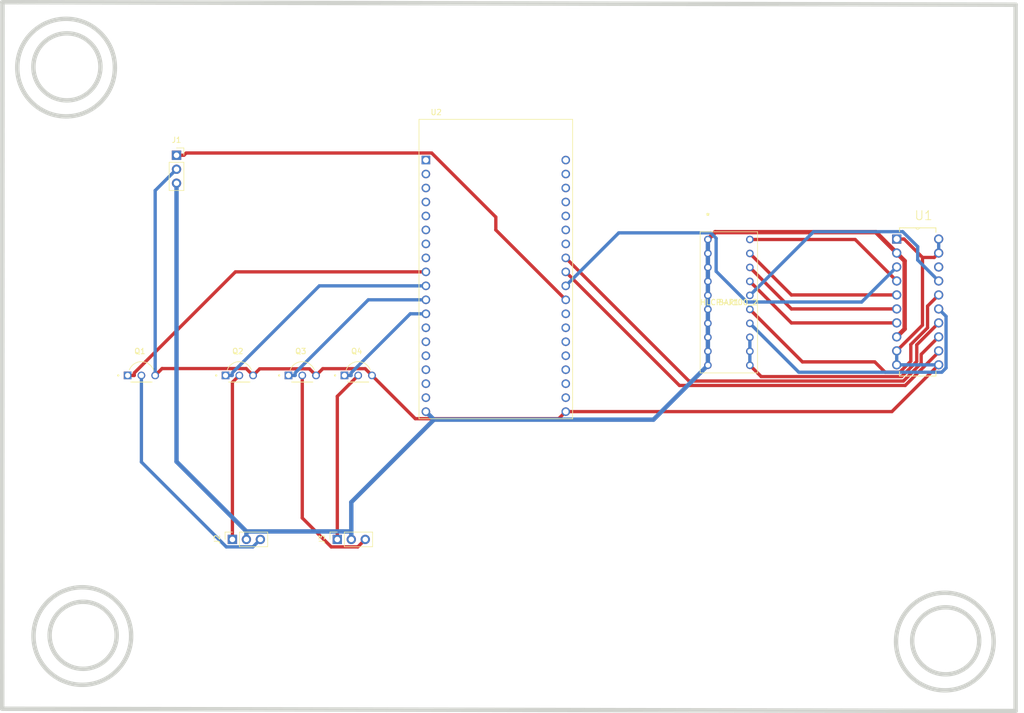
<source format=kicad_pcb>
(kicad_pcb (version 20211014) (generator pcbnew)
  (layers (0 "F.Cu" signal) (31 "B.Cu" signal) (34 "B.Paste" user) (35 "F.Paste" user) (36 "B.SilkS" user "B.Silkscreen") (37 "F.SilkS" user "F.Silkscreen") (38 "B.Mask" user) (39 "F.Mask" user) (44 "Edge.Cuts" user))
  (net 0 "")
  (net 1 "Net-(BAR1-Pad20)")
  (net 2 "Net-(BAR1-Pad19)")
  (net 3 "Net-(BAR1-Pad18)")
  (net 4 "Net-(BAR1-Pad17)")
  (net 5 "Net-(BAR1-Pad16)")
  (net 6 "Net-(BAR1-Pad15)")
  (net 7 "Net-(BAR1-Pad14)")
  (net 8 "Net-(BAR1-Pad11)")
  (net 9 "+5V")
  (net 10 "GND")
  (net 11 "Net-(J1-Pad1)")
  (net 12 "Net-(J2-Pad3)")
  (net 13 "Net-(J2-Pad1)")
  (net 14 "Net-(J3-Pad3)")
  (net 15 "Net-(J3-Pad1)")
  (net 16 "Net-(Q1-Pad1)")
  (net 17 "Net-(Q2-Pad1)")
  (net 18 "Net-(Q3-Pad1)")
  (net 19 "Net-(Q4-Pad1)")
  (net 20 "Net-(U1-Pad13)")
  (net 21 "Net-(U1-Pad12)")
  (net 22 "Net-(U1-Pad3)")
  (footprint "Connector_PinSocket_2.54mm:PinSocket_1x03_P2.54mm_Vertical" (layer "F.Cu") (at 85.105 133.325 90)
    (fp_text reference "J2" (at 0 -2.77 90) (layer "F.SilkS"))
    (fp_text value "Conn_01x03_Female")
    (fp_line (start 1.33 -1.33) (end 1.33 0) (layer "F.SilkS") (width 0.12))
    (fp_line (start -1.33 1.27) (end 1.33 1.27) (layer "F.SilkS") (width 0.12))
    (fp_line (start -1.33 6.41) (end 1.33 6.41) (layer "F.SilkS") (width 0.12))
    (fp_line (start 1.33 1.27) (end 1.33 6.41) (layer "F.SilkS") (width 0.12))
    (fp_line (start -1.33 1.27) (end -1.33 6.41) (layer "F.SilkS") (width 0.12))
    (fp_line (start 0 -1.33) (end 1.33 -1.33) (layer "F.SilkS") (width 0.12))
    (pad "1" thru_hole rect (at 0 0 90) (size 1.7 1.7) (drill 1) (layers *.Cu *.Mask) (net 13 "Net-(J2-Pad1)"))
    (pad "2" thru_hole oval (at 0 2.54 90) (size 1.7 1.7) (drill 1) (layers *.Cu *.Mask) (net 9 "+5V"))
    (pad "3" thru_hole oval (at 0 5.08 90) (size 1.7 1.7) (drill 1) (layers *.Cu *.Mask) (net 12 "Net-(J2-Pad3)"))
  )
  (footprint "tpi:DIP254P762X508-20" (layer "F.Cu") (at 213.36 101.6)
    (fp_text reference "U1" (at -2.7442 -27.13708) (layer "F.SilkS") (effects (font (size 1.640598 1.640598))))
    (fp_text value "TPIC6B595N")
    (fp_line (start -3.5052 -24.892) (end -4.1148 -24.892) (layer "F.SilkS") (width 0.1524))
    (fp_line (start -0.508 2.032) (end -0.508 1.2192) (layer "F.SilkS") (width 0.1524))
    (fp_line (start -7.112 -24.892) (end -7.112 -24.1808) (layer "F.SilkS") (width 0.1524))
    (fp_line (start -4.1148 -24.892) (end -7.112 -24.892) (layer "F.SilkS") (width 0.1524))
    (fp_line (start -0.508 -24.892) (end -3.5052 -24.892) (layer "F.SilkS") (width 0.1524))
    (fp_line (start -7.112 2.032) (end -0.508 2.032) (layer "F.SilkS") (width 0.1524))
    (fp_line (start -0.508 -24.0792) (end -0.508 -24.892) (layer "F.SilkS") (width 0.1524))
    (fp_line (start -7.112 1.2192) (end -7.112 2.032) (layer "F.SilkS") (width 0.1524))
    (fp_arc (start -3.5052 -24.892) (mid -3.81 -24.5872) (end -4.1148 -24.892) (layer "F.SilkS") (width 0.1))
    (pad "1" thru_hole rect locked (at -7.62 -22.86) (size 1.6764 1.6764) (drill 1.1176) (layers *.Cu *.Mask) (net 10 "GND"))
    (pad "2" thru_hole circle locked (at -7.62 -20.32) (size 1.6764 1.6764) (drill 1.1176) (layers *.Cu *.Mask) (net 9 "+5V"))
    (pad "3" thru_hole circle locked (at -7.62 -17.78) (size 1.6764 1.6764) (drill 1.1176) (layers *.Cu *.Mask) (net 22 "Net-(U1-Pad3)"))
    (pad "4" thru_hole circle locked (at -7.62 -15.24) (size 1.6764 1.6764) (drill 1.1176) (layers *.Cu *.Mask) (net 1 "Net-(BAR1-Pad20)"))
    (pad "5" thru_hole circle locked (at -7.62 -12.7) (size 1.6764 1.6764) (drill 1.1176) (layers *.Cu *.Mask) (net 2 "Net-(BAR1-Pad19)"))
    (pad "6" thru_hole circle locked (at -7.62 -10.16) (size 1.6764 1.6764) (drill 1.1176) (layers *.Cu *.Mask) (net 3 "Net-(BAR1-Pad18)"))
    (pad "7" thru_hole circle locked (at -7.62 -7.62) (size 1.6764 1.6764) (drill 1.1176) (layers *.Cu *.Mask) (net 4 "Net-(BAR1-Pad17)"))
    (pad "8" thru_hole circle locked (at -7.62 -5.08) (size 1.6764 1.6764) (drill 1.1176) (layers *.Cu *.Mask) (net 9 "+5V"))
    (pad "9" thru_hole circle locked (at -7.62 -2.54) (size 1.6764 1.6764) (drill 1.1176) (layers *.Cu *.Mask) (net 10 "GND"))
    (pad "10" thru_hole circle locked (at -7.62 0) (size 1.6764 1.6764) (drill 1.1176) (layers *.Cu *.Mask) (net 10 "GND"))
    (pad "11" thru_hole circle locked (at 0 0) (size 1.6764 1.6764) (drill 1.1176) (layers *.Cu *.Mask) (net 10 "GND"))
    (pad "12" thru_hole circle locked (at 0 -2.54) (size 1.6764 1.6764) (drill 1.1176) (layers *.Cu *.Mask) (net 21 "Net-(U1-Pad12)"))
    (pad "13" thru_hole circle locked (at 0 -5.08) (size 1.6764 1.6764) (drill 1.1176) (layers *.Cu *.Mask) (net 20 "Net-(U1-Pad13)"))
    (pad "14" thru_hole circle locked (at 0 -7.62) (size 1.6764 1.6764) (drill 1.1176) (layers *.Cu *.Mask) (net 8 "Net-(BAR1-Pad11)"))
    (pad "15" thru_hole circle locked (at 0 -10.16) (size 1.6764 1.6764) (drill 1.1176) (layers *.Cu *.Mask) (net 7 "Net-(BAR1-Pad14)"))
    (pad "16" thru_hole circle locked (at 0 -12.7) (size 1.6764 1.6764) (drill 1.1176) (layers *.Cu *.Mask) (net 6 "Net-(BAR1-Pad15)"))
    (pad "17" thru_hole circle locked (at 0 -15.24) (size 1.6764 1.6764) (drill 1.1176) (layers *.Cu *.Mask) (net 5 "Net-(BAR1-Pad16)"))
    (pad "18" thru_hole circle locked (at 0 -17.78) (size 1.6764 1.6764) (drill 1.1176) (layers *.Cu *.Mask))
    (pad "19" thru_hole circle locked (at 0 -20.32) (size 1.6764 1.6764) (drill 1.1176) (layers *.Cu *.Mask) (net 10 "GND"))
    (pad "20" thru_hole circle locked (at 0 -22.86) (size 1.6764 1.6764) (drill 1.1176) (layers *.Cu *.Mask) (net 10 "GND"))
  )
  (footprint "npn:TO92250P510H770-3" (layer "F.Cu") (at 68.58 102.87)
    (fp_text reference "Q1" (at -0.275 -3.735) (layer "F.SilkS"))
    (fp_text value "Q_NPN_BCE")
    (fp_line (start -1.92354 1.85) (end 1.92354 1.85) (layer "F.SilkS") (width 0.127))
    (fp_line (start -1.92354 1.85) (end 1.92354 1.85) (layer "F.SilkS") (width 0.127))
    (fp_arc (start -2.18501 -0.365001) (mid 0 -1.850002) (end 2.18501 -0.365) (layer "F.SilkS") (width 0.127))
    (fp_circle (center -4.2 0.655) (end -4.1 0.655) (layer "F.SilkS") (width 0.2) (fill none))
    (pad "1" thru_hole rect locked (at -2.5 0.655) (size 1.4 1.4) (drill 0.93) (layers *.Cu *.Mask) (net 16 "Net-(Q1-Pad1)"))
    (pad "2" thru_hole circle locked (at 0 0.655) (size 1.4 1.4) (drill 0.93) (layers *.Cu *.Mask) (net 12 "Net-(J2-Pad3)"))
    (pad "3" thru_hole circle locked (at 2.5 0.655) (size 1.4 1.4) (drill 0.93) (layers *.Cu *.Mask) (net 10 "GND"))
  )
  (footprint "npn:TO92250P510H770-3" (layer "F.Cu") (at 97.79 102.87)
    (fp_text reference "Q3" (at -0.275 -3.735) (layer "F.SilkS"))
    (fp_text value "Q_NPN_BCE")
    (fp_line (start -1.92354 1.85) (end 1.92354 1.85) (layer "F.SilkS") (width 0.127))
    (fp_line (start -1.92354 1.85) (end 1.92354 1.85) (layer "F.SilkS") (width 0.127))
    (fp_arc (start -2.18501 -0.365001) (mid 0 -1.850002) (end 2.18501 -0.365) (layer "F.SilkS") (width 0.127))
    (fp_circle (center -4.2 0.655) (end -4.1 0.655) (layer "F.SilkS") (width 0.2) (fill none))
    (pad "1" thru_hole rect locked (at -2.5 0.655) (size 1.4 1.4) (drill 0.93) (layers *.Cu *.Mask) (net 18 "Net-(Q3-Pad1)"))
    (pad "2" thru_hole circle locked (at 0 0.655) (size 1.4 1.4) (drill 0.93) (layers *.Cu *.Mask) (net 14 "Net-(J3-Pad3)"))
    (pad "3" thru_hole circle locked (at 2.5 0.655) (size 1.4 1.4) (drill 0.93) (layers *.Cu *.Mask) (net 10 "GND"))
  )
  (footprint "Connector_PinSocket_2.54mm:PinSocket_1x03_P2.54mm_Vertical" (layer "F.Cu") (at 74.955 63.515)
    (fp_text reference "J1" (at 0 -2.77) (layer "F.SilkS"))
    (fp_text value "Conn_01x03_Female")
    (fp_line (start 1.33 -1.33) (end 1.33 0) (layer "F.SilkS") (width 0.12))
    (fp_line (start -1.33 1.27) (end 1.33 1.27) (layer "F.SilkS") (width 0.12))
    (fp_line (start 0 -1.33) (end 1.33 -1.33) (layer "F.SilkS") (width 0.12))
    (fp_line (start -1.33 1.27) (end -1.33 6.41) (layer "F.SilkS") (width 0.12))
    (fp_line (start -1.33 6.41) (end 1.33 6.41) (layer "F.SilkS") (width 0.12))
    (fp_line (start 1.33 1.27) (end 1.33 6.41) (layer "F.SilkS") (width 0.12))
    (pad "1" thru_hole rect (at 0 0) (size 1.7 1.7) (drill 1) (layers *.Cu *.Mask) (net 11 "Net-(J1-Pad1)"))
    (pad "2" thru_hole oval (at 0 2.54) (size 1.7 1.7) (drill 1) (layers *.Cu *.Mask) (net 10 "GND"))
    (pad "3" thru_hole oval (at 0 5.08) (size 1.7 1.7) (drill 1) (layers *.Cu *.Mask) (net 9 "+5V"))
  )
  (footprint "esp:MODULE_ESP32-DEVKITC-32D" (layer "F.Cu") (at 132.939 84.144)
    (fp_text reference "U2" (at -10.829175 -28.446045) (layer "F.SilkS") (effects (font (size 1.000386 1.000386))))
    (fp_text value "ESP32-DEVKITC")
    (fp_line (start 13.95 -27.15) (end 13.95 27.25) (layer "F.SilkS") (width 0.127))
    (fp_line (start 13.95 27.25) (end -13.95 27.25) (layer "F.SilkS") (width 0.127))
    (fp_line (start -13.95 -27.15) (end 13.95 -27.15) (layer "F.SilkS") (width 0.127))
    (fp_line (start -13.95 27.25) (end -13.95 -27.15) (layer "F.SilkS") (width 0.127))
    (pad "1" thru_hole rect locked (at -12.7 -19.76) (size 1.56 1.56) (drill 1.04) (layers *.Cu *.Mask))
    (pad "2" thru_hole circle locked (at -12.7 -17.22) (size 1.56 1.56) (drill 1.04) (layers *.Cu *.Mask))
    (pad "3" thru_hole circle locked (at -12.7 -14.68) (size 1.56 1.56) (drill 1.04) (layers *.Cu *.Mask))
    (pad "4" thru_hole circle locked (at -12.7 -12.14) (size 1.56 1.56) (drill 1.04) (layers *.Cu *.Mask))
    (pad "5" thru_hole circle locked (at -12.7 -9.6) (size 1.56 1.56) (drill 1.04) (layers *.Cu *.Mask))
    (pad "6" thru_hole circle locked (at -12.7 -7.06) (size 1.56 1.56) (drill 1.04) (layers *.Cu *.Mask))
    (pad "7" thru_hole circle locked (at -12.7 -4.52) (size 1.56 1.56) (drill 1.04) (layers *.Cu *.Mask))
    (pad "8" thru_hole circle locked (at -12.7 -1.98) (size 1.56 1.56) (drill 1.04) (layers *.Cu *.Mask))
    (pad "9" thru_hole circle locked (at -12.7 0.56) (size 1.56 1.56) (drill 1.04) (layers *.Cu *.Mask) (net 16 "Net-(Q1-Pad1)"))
    (pad "10" thru_hole circle locked (at -12.7 3.1) (size 1.56 1.56) (drill 1.04) (layers *.Cu *.Mask) (net 17 "Net-(Q2-Pad1)"))
    (pad "11" thru_hole circle locked (at -12.7 5.64) (size 1.56 1.56) (drill 1.04) (layers *.Cu *.Mask) (net 18 "Net-(Q3-Pad1)"))
    (pad "12" thru_hole circle locked (at -12.7 8.18) (size 1.56 1.56) (drill 1.04) (layers *.Cu *.Mask) (net 19 "Net-(Q4-Pad1)"))
    (pad "13" thru_hole circle locked (at -12.7 10.72) (size 1.56 1.56) (drill 1.04) (layers *.Cu *.Mask))
    (pad "14" thru_hole circle locked (at -12.7 13.26) (size 1.56 1.56) (drill 1.04) (layers *.Cu *.Mask))
    (pad "15" thru_hole circle locked (at -12.7 15.8) (size 1.56 1.56) (drill 1.04) (layers *.Cu *.Mask))
    (pad "16" thru_hole circle locked (at -12.7 18.34) (size 1.56 1.56) (drill 1.04) (layers *.Cu *.Mask))
    (pad "17" thru_hole circle locked (at -12.7 20.88) (size 1.56 1.56) (drill 1.04) (layers *.Cu *.Mask))
    (pad "18" thru_hole circle locked (at -12.7 23.42) (size 1.56 1.56) (drill 1.04) (layers *.Cu *.Mask))
    (pad "19" thru_hole circle locked (at -12.7 25.96) (size 1.56 1.56) (drill 1.04) (layers *.Cu *.Mask) (net 9 "+5V"))
    (pad "20" thru_hole circle locked (at 12.7 -19.76) (size 1.56 1.56) (drill 1.04) (layers *.Cu *.Mask))
    (pad "21" thru_hole circle locked (at 12.7 -17.22) (size 1.56 1.56) (drill 1.04) (layers *.Cu *.Mask))
    (pad "22" thru_hole circle locked (at 12.7 -14.68) (size 1.56 1.56) (drill 1.04) (layers *.Cu *.Mask))
    (pad "23" thru_hole circle locked (at 12.7 -12.14) (size 1.56 1.56) (drill 1.04) (layers *.Cu *.Mask))
    (pad "24" thru_hole circle locked (at 12.7 -9.6) (size 1.56 1.56) (drill 1.04) (layers *.Cu *.Mask))
    (pad "25" thru_hole circle locked (at 12.7 -7.06) (size 1.56 1.56) (drill 1.04) (layers *.Cu *.Mask))
    (pad "26" thru_hole circle locked (at 12.7 -4.52) (size 1.56 1.56) (drill 1.04) (layers *.Cu *.Mask))
    (pad "27" thru_hole circle locked (at 12.7 -1.98) (size 1.56 1.56) (drill 1.04) (layers *.Cu *.Mask) (net 20 "Net-(U1-Pad13)"))
    (pad "28" thru_hole circle locked (at 12.7 0.56) (size 1.56 1.56) (drill 1.04) (layers *.Cu *.Mask) (net 21 "Net-(U1-Pad12)"))
    (pad "29" thru_hole circle locked (at 12.7 3.1) (size 1.56 1.56) (drill 1.04) (layers *.Cu *.Mask) (net 22 "Net-(U1-Pad3)"))
    (pad "30" thru_hole circle locked (at 12.7 5.64) (size 1.56 1.56) (drill 1.04) (layers *.Cu *.Mask) (net 11 "Net-(J1-Pad1)"))
    (pad "31" thru_hole circle locked (at 12.7 8.18) (size 1.56 1.56) (drill 1.04) (layers *.Cu *.Mask))
    (pad "32" thru_hole circle locked (at 12.7 10.72) (size 1.56 1.56) (drill 1.04) (layers *.Cu *.Mask))
    (pad "33" thru_hole circle locked (at 12.7 13.26) (size 1.56 1.56) (drill 1.04) (layers *.Cu *.Mask))
    (pad "34" thru_hole circle locked (at 12.7 15.8) (size 1.56 1.56) (drill 1.04) (layers *.Cu *.Mask))
    (pad "35" thru_hole circle locked (at 12.7 18.34) (size 1.56 1.56) (drill 1.04) (layers *.Cu *.Mask))
    (pad "36" thru_hole circle locked (at 12.7 20.88) (size 1.56 1.56) (drill 1.04) (layers *.Cu *.Mask))
    (pad "37" thru_hole circle locked (at 12.7 23.42) (size 1.56 1.56) (drill 1.04) (layers *.Cu *.Mask))
    (pad "38" thru_hole circle locked (at 12.7 25.96) (size 1.56 1.56) (drill 1.04) (layers *.Cu *.Mask) (net 10 "GND"))
  )
  (footprint "npn:TO92250P510H770-3" (layer "F.Cu") (at 107.95 102.87)
    (fp_text reference "Q4" (at -0.275 -3.735) (layer "F.SilkS"))
    (fp_text value "Q_NPN_BCE")
    (fp_line (start -1.92354 1.85) (end 1.92354 1.85) (layer "F.SilkS") (width 0.127))
    (fp_line (start -1.92354 1.85) (end 1.92354 1.85) (layer "F.SilkS") (width 0.127))
    (fp_arc (start -2.18501 -0.365001) (mid 0 -1.850002) (end 2.18501 -0.365) (layer "F.SilkS") (width 0.127))
    (fp_circle (center -4.2 0.655) (end -4.1 0.655) (layer "F.SilkS") (width 0.2) (fill none))
    (pad "1" thru_hole rect locked (at -2.5 0.655) (size 1.4 1.4) (drill 0.93) (layers *.Cu *.Mask) (net 19 "Net-(Q4-Pad1)"))
    (pad "2" thru_hole circle locked (at 0 0.655) (size 1.4 1.4) (drill 0.93) (layers *.Cu *.Mask) (net 15 "Net-(J3-Pad1)"))
    (pad "3" thru_hole circle locked (at 2.5 0.655) (size 1.4 1.4) (drill 0.93) (layers *.Cu *.Mask) (net 10 "GND"))
  )
  (footprint "npn:TO92250P510H770-3" (layer "F.Cu") (at 86.36 102.87)
    (fp_text reference "Q2" (at -0.275 -3.735) (layer "F.SilkS"))
    (fp_text value "Q_NPN_BCE")
    (fp_line (start -1.92354 1.85) (end 1.92354 1.85) (layer "F.SilkS") (width 0.127))
    (fp_line (start -1.92354 1.85) (end 1.92354 1.85) (layer "F.SilkS") (width 0.127))
    (fp_arc (start -2.18501 -0.365001) (mid 0 -1.850002) (end 2.18501 -0.365) (layer "F.SilkS") (width 0.127))
    (fp_circle (center -4.2 0.655) (end -4.1 0.655) (layer "F.SilkS") (width 0.2) (fill none))
    (pad "1" thru_hole rect locked (at -2.5 0.655) (size 1.4 1.4) (drill 0.93) (layers *.Cu *.Mask) (net 17 "Net-(Q2-Pad1)"))
    (pad "2" thru_hole circle locked (at 0 0.655) (size 1.4 1.4) (drill 0.93) (layers *.Cu *.Mask) (net 13 "Net-(J2-Pad1)"))
    (pad "3" thru_hole circle locked (at 2.5 0.655) (size 1.4 1.4) (drill 0.93) (layers *.Cu *.Mask) (net 10 "GND"))
  )
  (footprint "displayled:HLCP-J100" (layer "F.Cu") (at 171.45 78.816)
    (fp_text reference "BAR1" (at 3.81 11.43) (layer "F.SilkS"))
    (fp_text value "HLCP-J100_2" (at 3.81 11.43) (layer "F.SilkS"))
    (fp_text user "*" (at 0 -4.233334) (layer "F.SilkS"))
    (fp_text user "*" (at 0 -4.233334) (layer "F.SilkS"))
    (fp_line (start -1.397 -1.397) (end -1.397 24.257) (layer "F.SilkS") (width 0.12))
    (fp_line (start -1.397 24.257) (end 9.017 24.257) (layer "F.SilkS") (width 0.12))
    (fp_line (start 9.017 24.257) (end 9.017 -1.397) (layer "F.SilkS") (width 0.12))
    (fp_line (start 9.017 -1.397) (end -1.397 -1.397) (layer "F.SilkS") (width 0.12))
    (pad "1" thru_hole circle locked (at 0 0) (size 1.3716 1.3716) (drill 0.8636) (layers *.Cu *.Mask) (net 9 "+5V"))
    (pad "2" thru_hole circle locked (at 0 2.54) (size 1.3716 1.3716) (drill 0.8636) (layers *.Cu *.Mask) (net 9 "+5V"))
    (pad "3" thru_hole circle locked (at 0 5.08) (size 1.3716 1.3716) (drill 0.8636) (layers *.Cu *.Mask) (net 9 "+5V"))
    (pad "4" thru_hole circle locked (at 0 7.62) (size 1.3716 1.3716) (drill 0.8636) (layers *.Cu *.Mask) (net 9 "+5V"))
    (pad "5" thru_hole circle locked (at 0 10.16) (size 1.3716 1.3716) (drill 0.8636) (layers *.Cu *.Mask) (net 9 "+5V"))
    (pad "6" thru_hole circle locked (at 0 12.7) (size 1.3716 1.3716) (drill 0.8636) (layers *.Cu *.Mask) (net 9 "+5V"))
    (pad "7" thru_hole circle locked (at 0 15.24) (size 1.3716 1.3716) (drill 0.8636) (layers *.Cu *.Mask) (net 9 "+5V"))
    (pad "8" thru_hole circle locked (at 0 17.78) (size 1.3716 1.3716) (drill 0.8636) (layers *.Cu *.Mask) (net 9 "+5V"))
    (pad "9" thru_hole circle locked (at 0 20.32) (size 1.3716 1.3716) (drill 0.8636) (layers *.Cu *.Mask) (net 9 "+5V"))
    (pad "10" thru_hole circle locked (at 0 22.86) (size 1.3716 1.3716) (drill 0.8636) (layers *.Cu *.Mask) (net 9 "+5V"))
    (pad "11" thru_hole circle locked (at 7.62 22.86) (size 1.3716 1.3716) (drill 0.8636) (layers *.Cu *.Mask) (net 8 "Net-(BAR1-Pad11)"))
    (pad "12" thru_hole circle locked (at 7.62 20.32) (size 1.3716 1.3716) (drill 0.8636) (layers *.Cu *.Mask) (net 8 "Net-(BAR1-Pad11)"))
    (pad "13" thru_hole circle locked (at 7.62 17.78) (size 1.3716 1.3716) (drill 0.8636) (layers *.Cu *.Mask) (net 8 "Net-(BAR1-Pad11)"))
    (pad "14" thru_hole circle locked (at 7.62 15.24) (size 1.3716 1.3716) (drill 0.8636) (layers *.Cu *.Mask) (net 7 "Net-(BAR1-Pad14)"))
    (pad "15" thru_hole circle locked (at 7.62 12.7) (size 1.3716 1.3716) (drill 0.8636) (layers *.Cu *.Mask) (net 6 "Net-(BAR1-Pad15)"))
    (pad "16" thru_hole circle locked (at 7.62 10.16) (size 1.3716 1.3716) (drill 0.8636) (layers *.Cu *.Mask) (net 5 "Net-(BAR1-Pad16)"))
    (pad "17" thru_hole circle locked (at 7.62 7.62) (size 1.3716 1.3716) (drill 0.8636) (layers *.Cu *.Mask) (net 4 "Net-(BAR1-Pad17)"))
    (pad "18" thru_hole circle locked (at 7.62 5.08) (size 1.3716 1.3716) (drill 0.8636) (layers *.Cu *.Mask) (net 3 "Net-(BAR1-Pad18)"))
    (pad "19" thru_hole circle locked (at 7.62 2.54) (size 1.3716 1.3716) (drill 0.8636) (layers *.Cu *.Mask) (net 2 "Net-(BAR1-Pad19)"))
    (pad "20" thru_hole circle locked (at 7.62 0) (size 1.3716 1.3716) (drill 0.8636) (layers *.Cu *.Mask) (net 1 "Net-(BAR1-Pad20)"))
  )
  (footprint "Connector_PinSocket_2.54mm:PinSocket_1x03_P2.54mm_Vertical" (layer "F.Cu") (at 104.155 133.325 90)
    (fp_text reference "J3" (at 0 -2.77 90) (layer "F.SilkS"))
    (fp_text value "Conn_01x03_Female")
    (fp_line (start -1.33 1.27) (end -1.33 6.41) (layer "F.SilkS") (width 0.12))
    (fp_line (start -1.33 6.41) (end 1.33 6.41) (layer "F.SilkS") (width 0.12))
    (fp_line (start 1.33 -1.33) (end 1.33 0) (layer "F.SilkS") (width 0.12))
    (fp_line (start 0 -1.33) (end 1.33 -1.33) (layer "F.SilkS") (width 0.12))
    (fp_line (start 1.33 1.27) (end 1.33 6.41) (layer "F.SilkS") (width 0.12))
    (fp_line (start -1.33 1.27) (end 1.33 1.27) (layer "F.SilkS") (width 0.12))
    (pad "1" thru_hole rect (at 0 0 90) (size 1.7 1.7) (drill 1) (layers *.Cu *.Mask) (net 15 "Net-(J3-Pad1)"))
    (pad "2" thru_hole oval (at 0 2.54 90) (size 1.7 1.7) (drill 1) (layers *.Cu *.Mask) (net 9 "+5V"))
    (pad "3" thru_hole oval (at 0 5.08 90) (size 1.7 1.7) (drill 1) (layers *.Cu *.Mask) (net 14 "Net-(J3-Pad3)"))
  )
  (gr_circle (center 214.48 151.882926) (end 223.347074 151.882926) (layer "Edge.Cuts") (width 0.8) (fill none))
  (gr_circle (center 214.63 151.75) (end 220.720361 151.75) (layer "Edge.Cuts") (width 0.8) (fill none))
  (gr_circle (center 55.05 47.45) (end 61.140361 47.45) (layer "Edge.Cuts") (width 0.8) (fill none))
  (gr_line (start 46.2 35.7) (end 227.33 36.155) (layer "Edge.Cuts") (width 0.8))
  (gr_circle (center 57.85 150.882926) (end 66.717074 150.882926) (layer "Edge.Cuts") (width 0.8) (fill none))
  (gr_line (start 43.3 35.7) (end 46.05 35.7) (layer "Edge.Cuts") (width 0.8))
  (gr_line (start 43.3 164.1) (end 43.35 35.8) (layer "Edge.Cuts") (width 0.8))
  (gr_line (start 227.33 36.155) (end 227.33 164.505) (layer "Edge.Cuts") (width 0.8))
  (gr_circle (center 54.9 47.582926) (end 63.767074 47.582926) (layer "Edge.Cuts") (width 0.8) (fill none))
  (gr_circle (center 58 150.75) (end 64.090361 150.75) (layer "Edge.Cuts") (width 0.8) (fill none))
  (gr_line (start 227.33 164.505) (end 43.3 164.1) (layer "Edge.Cuts") (width 0.8))
  (segment (start 198.196 78.816) (end 205.74 86.36) (width 0.6) (layer "F.Cu") (net 1))
  (segment (start 179.07 78.816) (end 198.196 78.816) (width 0.6) (layer "F.Cu") (net 1))
  (segment (start 186.614 88.9) (end 179.07 81.356) (width 0.6) (layer "F.Cu") (net 2))
  (segment (start 205.74 88.9) (end 186.614 88.9) (width 0.6) (layer "F.Cu") (net 2))
  (segment (start 186.614 91.44) (end 179.07 83.896) (width 0.6) (layer "F.Cu") (net 3))
  (segment (start 205.74 91.44) (end 186.614 91.44) (width 0.6) (layer "F.Cu") (net 3))
  (segment (start 179.07 86.436) (end 186.614 93.98) (width 0.6) (layer "F.Cu") (net 4))
  (segment (start 186.614 93.98) (end 205.74 93.98) (width 0.6) (layer "F.Cu") (net 4))
  (segment (start 179.07 88.976) (end 190.6446 77.4014) (width 0.6) (layer "B.Cu") (net 5))
  (segment (start 209.55 80.1266) (end 209.55 82.55) (width 0.6) (layer "B.Cu") (net 5))
  (segment (start 209.55 82.55) (end 213.36 86.36) (width 0.6) (layer "B.Cu") (net 5))
  (segment (start 190.6446 77.4014) (end 206.8248 77.4014) (width 0.6) (layer "B.Cu") (net 5))
  (segment (start 206.8248 77.4014) (end 209.55 80.1266) (width 0.6) (layer "B.Cu") (net 5))
  (segment (start 208.2968 97.9113) (end 211.3376 94.8705) (width 0.6) (layer "F.Cu") (net 6))
  (segment (start 179.07 91.516) (end 188.616 101.062) (width 0.6) (layer "F.Cu") (net 6))
  (segment (start 201.7533 101.062) (end 203.6331 102.9418) (width 0.6) (layer "F.Cu") (net 6))
  (segment (start 208.2968 100.9403) (end 208.2968 97.9113) (width 0.6) (layer "F.Cu") (net 6))
  (segment (start 203.6331 102.9418) (end 206.2953 102.9418) (width 0.6) (layer "F.Cu") (net 6))
  (segment (start 211.3376 94.8705) (end 211.3376 90.9224) (width 0.6) (layer "F.Cu") (net 6))
  (segment (start 188.616 101.062) (end 201.7533 101.062) (width 0.6) (layer "F.Cu") (net 6))
  (segment (start 206.2953 102.9418) (end 208.2968 100.9403) (width 0.6) (layer "F.Cu") (net 6))
  (segment (start 211.3376 90.9224) (end 213.36 88.9) (width 0.6) (layer "F.Cu") (net 6))
  (segment (start 187.9533 102.9393) (end 213.9231 102.9393) (width 0.6) (layer "B.Cu") (net 7))
  (segment (start 214.6986 92.7786) (end 213.36 91.44) (width 0.6) (layer "B.Cu") (net 7))
  (segment (start 213.9231 102.9393) (end 214.6986 102.1638) (width 0.6) (layer "B.Cu") (net 7))
  (segment (start 214.6986 102.1638) (end 214.6986 92.7786) (width 0.6) (layer "B.Cu") (net 7))
  (segment (start 179.07 94.056) (end 187.9533 102.9393) (width 0.6) (layer "B.Cu") (net 7))
  (segment (start 209.3801 97.9599) (end 213.36 93.98) (width 0.6) (layer "F.Cu") (net 8))
  (segment (start 209.3801 100.9889) (end 209.3801 97.9599) (width 0.6) (layer "F.Cu") (net 8))
  (segment (start 179.07 101.676) (end 181.1361 103.7421) (width 0.6) (layer "F.Cu") (net 8))
  (segment (start 206.6269 103.7421) (end 209.3801 100.9889) (width 0.6) (layer "F.Cu") (net 8))
  (segment (start 181.1361 103.7421) (end 206.6269 103.7421) (width 0.6) (layer "F.Cu") (net 8))
  (segment (start 179.07 99.136) (end 179.07 101.676) (width 0.6) (layer "B.Cu") (net 8))
  (segment (start 179.07 96.596) (end 179.07 99.136) (width 0.6) (layer "B.Cu") (net 8))
  (segment (start 207.1801 82.7201) (end 205.74 81.28) (width 0.8) (layer "F.Cu") (net 9))
  (segment (start 205.74 96.52) (end 207.1801 95.0799) (width 0.8) (layer "F.Cu") (net 9))
  (segment (start 171.45 78.816) (end 172.7768 77.4892) (width 0.8) (layer "F.Cu") (net 9))
  (segment (start 207.1801 95.0799) (end 207.1801 82.7201) (width 0.8) (layer "F.Cu") (net 9))
  (segment (start 172.7768 77.4892) (end 201.9492 77.4892) (width 0.8) (layer "F.Cu") (net 9))
  (segment (start 201.9492 77.4892) (end 205.74 81.28) (width 0.8) (layer "F.Cu") (net 9))
  (segment (start 171.45 99.136) (end 171.45 101.676) (width 0.8) (layer "B.Cu") (net 9))
  (segment (start 171.45 86.436) (end 171.45 83.896) (width 0.8) (layer "B.Cu") (net 9))
  (segment (start 74.955 119.1847) (end 87.645 131.8747) (width 0.8) (layer "B.Cu") (net 9))
  (segment (start 106.695 131.8747) (end 106.695 126.5612) (width 0.8) (layer "B.Cu") (net 9))
  (segment (start 171.45 94.056) (end 171.45 91.516) (width 0.8) (layer "B.Cu") (net 9))
  (segment (start 121.6956 111.5606) (end 120.239 110.104) (width 0.8) (layer "B.Cu") (net 9))
  (segment (start 171.45 83.896) (end 171.45 81.356) (width 0.8) (layer "B.Cu") (net 9))
  (segment (start 106.695 133.325) (end 106.695 131.8747) (width 0.8) (layer "B.Cu") (net 9))
  (segment (start 171.45 81.356) (end 171.45 78.816) (width 0.8) (layer "B.Cu") (net 9))
  (segment (start 106.695 126.5612) (end 121.6956 111.5606) (width 0.8) (layer "B.Cu") (net 9))
  (segment (start 74.955 68.595) (end 74.955 119.1847) (width 0.8) (layer "B.Cu") (net 9))
  (segment (start 87.645 133.325) (end 87.645 131.8747) (width 0.8) (layer "B.Cu") (net 9))
  (segment (start 161.5654 111.5606) (end 121.6956 111.5606) (width 0.8) (layer "B.Cu") (net 9))
  (segment (start 171.45 91.516) (end 171.45 88.976) (width 0.8) (layer "B.Cu") (net 9))
  (segment (start 106.695 131.8747) (end 87.645 131.8747) (width 0.8) (layer "B.Cu") (net 9))
  (segment (start 171.45 99.136) (end 171.45 96.596) (width 0.8) (layer "B.Cu") (net 9))
  (segment (start 171.45 96.596) (end 171.45 94.056) (width 0.8) (layer "B.Cu") (net 9))
  (segment (start 171.45 101.676) (end 161.5654 111.5606) (width 0.8) (layer "B.Cu") (net 9))
  (segment (start 171.45 88.976) (end 171.45 86.436) (width 0.8) (layer "B.Cu") (net 9))
  (segment (start 88.86 103.525) (end 90.0632 102.3218) (width 0.6) (layer "F.Cu") (net 10))
  (segment (start 99.0868 102.3218) (end 100.29 103.525) (width 0.6) (layer "F.Cu") (net 10))
  (segment (start 72.3255 102.2795) (end 87.6145 102.2795) (width 0.6) (layer "F.Cu") (net 10))
  (segment (start 71.08 103.525) (end 72.3255 102.2795) (width 0.6) (layer "F.Cu") (net 10))
  (segment (start 210.4193 82.0808) (end 210.4193 94.3807) (width 0.6) (layer "F.Cu") (net 10))
  (segment (start 205.74 78.74) (end 207.0785 78.74) (width 0.6) (layer "F.Cu") (net 10))
  (segment (start 210.4193 82.0808) (end 207.0785 78.74) (width 0.6) (layer "F.Cu") (net 10))
  (segment (start 100.29 103.525) (end 101.5144 102.3006) (width 0.6) (layer "F.Cu") (net 10))
  (segment (start 145.639 110.104) (end 144.3551 111.3879) (width 0.6) (layer "F.Cu") (net 10))
  (segment (start 109.2256 102.3006) (end 110.45 103.525) (width 0.6) (layer "F.Cu") (net 10))
  (segment (start 213.36 101.6) (end 204.856 110.104) (width 0.6) (layer "F.Cu") (net 10))
  (segment (start 90.0632 102.3218) (end 99.0868 102.3218) (width 0.6) (layer "F.Cu") (net 10))
  (segment (start 87.6145 102.2795) (end 88.86 103.525) (width 0.6) (layer "F.Cu") (net 10))
  (segment (start 101.5144 102.3006) (end 109.2256 102.3006) (width 0.6) (layer "F.Cu") (net 10))
  (segment (start 212.5592 82.0808) (end 210.4193 82.0808) (width 0.6) (layer "F.Cu") (net 10))
  (segment (start 213.36 81.28) (end 212.5592 82.0808) (width 0.6) (layer "F.Cu") (net 10))
  (segment (start 144.3551 111.3879) (end 118.3129 111.3879) (width 0.6) (layer "F.Cu") (net 10))
  (segment (start 118.3129 111.3879) (end 110.45 103.525) (width 0.6) (layer "F.Cu") (net 10))
  (segment (start 204.856 110.104) (end 145.639 110.104) (width 0.6) (layer "F.Cu") (net 10))
  (segment (start 210.4193 94.3807) (end 205.74 99.06) (width 0.6) (layer "F.Cu") (net 10))
  (segment (start 74.955 66.055) (end 71.08 69.93) (width 0.6) (layer "B.Cu") (net 10))
  (segment (start 71.08 69.93) (end 71.08 103.525) (width 0.6) (layer "B.Cu") (net 10))
  (segment (start 205.74 101.6) (end 205.74 99.06) (width 0.6) (layer "B.Cu") (net 10))
  (segment (start 213.36 101.6) (end 205.74 101.6) (width 0.6) (layer "B.Cu") (net 10))
  (segment (start 213.36 78.74) (end 213.36 81.28) (width 0.6) (layer "B.Cu") (net 10))
  (segment (start 74.955 63.515) (end 76.3053 63.515) (width 0.6) (layer "F.Cu") (net 11))
  (segment (start 132.939 74.7521) (end 132.939 77.084) (width 0.6) (layer "F.Cu") (net 11))
  (segment (start 76.7167 63.1036) (end 121.2905 63.1036) (width 0.6) (layer "F.Cu") (net 11))
  (segment (start 132.939 77.084) (end 145.639 89.784) (width 0.6) (layer "F.Cu") (net 11))
  (segment (start 76.3053 63.515) (end 76.7167 63.1036) (width 0.6) (layer "F.Cu") (net 11))
  (segment (start 121.2905 63.1036) (end 132.939 74.7521) (width 0.6) (layer "F.Cu") (net 11))
  (segment (start 83.9927 134.6754) (end 68.58 119.2627) (width 0.6) (layer "B.Cu") (net 12))
  (segment (start 90.185 133.325) (end 88.8346 134.6754) (width 0.6) (layer "B.Cu") (net 12))
  (segment (start 88.8346 134.6754) (end 83.9927 134.6754) (width 0.6) (layer "B.Cu") (net 12))
  (segment (start 68.58 119.2627) (end 68.58 103.525) (width 0.6) (layer "B.Cu") (net 12))
  (segment (start 85.105 133.325) (end 85.105 104.78) (width 0.6) (layer "F.Cu") (net 13))
  (segment (start 85.105 104.78) (end 86.36 103.525) (width 0.6) (layer "F.Cu") (net 13))
  (segment (start 97.79 129.4227) (end 97.79 103.525) (width 0.6) (layer "F.Cu") (net 14))
  (segment (start 103.0427 134.6754) (end 97.79 129.4227) (width 0.6) (layer "F.Cu") (net 14))
  (segment (start 107.8846 134.6754) (end 103.0427 134.6754) (width 0.6) (layer "F.Cu") (net 14))
  (segment (start 109.235 133.325) (end 107.8846 134.6754) (width 0.6) (layer "F.Cu") (net 14))
  (segment (start 104.155 133.325) (end 104.155 107.32) (width 0.6) (layer "F.Cu") (net 15))
  (segment (start 104.155 107.32) (end 107.95 103.525) (width 0.6) (layer "F.Cu") (net 15))
  (segment (start 67.2803 103.0749) (end 85.6512 84.704) (width 0.6) (layer "F.Cu") (net 16))
  (segment (start 67.2803 103.525) (end 67.2803 103.0749) (width 0.6) (layer "F.Cu") (net 16))
  (segment (start 85.6512 84.704) (end 120.239 84.704) (width 0.6) (layer "F.Cu") (net 16))
  (segment (start 66.08 103.525) (end 67.2803 103.525) (width 0.6) (layer "F.Cu") (net 16))
  (segment (start 85.0603 103.525) (end 85.0603 103.0749) (width 0.6) (layer "B.Cu") (net 17))
  (segment (start 100.8912 87.244) (end 120.239 87.244) (width 0.6) (layer "B.Cu") (net 17))
  (segment (start 83.86 103.525) (end 85.0603 103.525) (width 0.6) (layer "B.Cu") (net 17))
  (segment (start 85.0603 103.0749) (end 100.8912 87.244) (width 0.6) (layer "B.Cu") (net 17))
  (segment (start 95.29 103.525) (end 96.4903 103.525) (width 0.6) (layer "B.Cu") (net 18))
  (segment (start 96.4903 103.0749) (end 109.7812 89.784) (width 0.6) (layer "B.Cu") (net 18))
  (segment (start 96.4903 103.525) (end 96.4903 103.0749) (width 0.6) (layer "B.Cu") (net 18))
  (segment (start 109.7812 89.784) (end 120.239 89.784) (width 0.6) (layer "B.Cu") (net 18))
  (segment (start 106.6503 103.525) (end 106.6503 103.0749) (width 0.6) (layer "B.Cu") (net 19))
  (segment (start 106.6503 103.0749) (end 117.4012 92.324) (width 0.6) (layer "B.Cu") (net 19))
  (segment (start 117.4012 92.324) (end 120.239 92.324) (width 0.6) (layer "B.Cu") (net 19))
  (segment (start 105.45 103.525) (end 106.6503 103.525) (width 0.6) (layer "B.Cu") (net 19))
  (segment (start 210.1804 101.3205) (end 210.1804 99.6996) (width 0.6) (layer "F.Cu") (net 20))
  (segment (start 168.0174 104.5424) (end 206.9585 104.5424) (width 0.6) (layer "F.Cu") (net 20))
  (segment (start 210.1804 99.6996) (end 213.36 96.52) (width 0.6) (layer "F.Cu") (net 20))
  (segment (start 145.639 82.164) (end 168.0174 104.5424) (width 0.6) (layer "F.Cu") (net 20))
  (segment (start 206.9585 104.5424) (end 210.1804 101.3205) (width 0.6) (layer "F.Cu") (net 20))
  (segment (start 213.36 99.2728) (end 213.36 99.06) (width 0.6) (layer "F.Cu") (net 21))
  (segment (start 145.639 84.704) (end 166.2777 105.3427) (width 0.6) (layer "F.Cu") (net 21))
  (segment (start 166.2777 105.3427) (end 207.2901 105.3427) (width 0.6) (layer "F.Cu") (net 21))
  (segment (start 207.2901 105.3427) (end 213.36 99.2728) (width 0.6) (layer "F.Cu") (net 21))
  (segment (start 205.74 83.82) (end 199.3769 90.1831) (width 0.6) (layer "B.Cu") (net 22))
  (segment (start 172.9471 78.5964) (end 171.9667 77.616) (width 0.6) (layer "B.Cu") (net 22))
  (segment (start 172.9471 84.6018) (end 172.9471 78.5964) (width 0.6) (layer "B.Cu") (net 22))
  (segment (start 171.9667 77.616) (end 155.267 77.616) (width 0.6) (layer "B.Cu") (net 22))
  (segment (start 199.3769 90.1831) (end 178.5284 90.1831) (width 0.6) (layer "B.Cu") (net 22))
  (segment (start 178.5284 90.1831) (end 172.9471 84.6018) (width 0.6) (layer "B.Cu") (net 22))
  (segment (start 155.267 77.616) (end 145.639 87.244) (width 0.6) (layer "B.Cu") (net 22))
)
</source>
